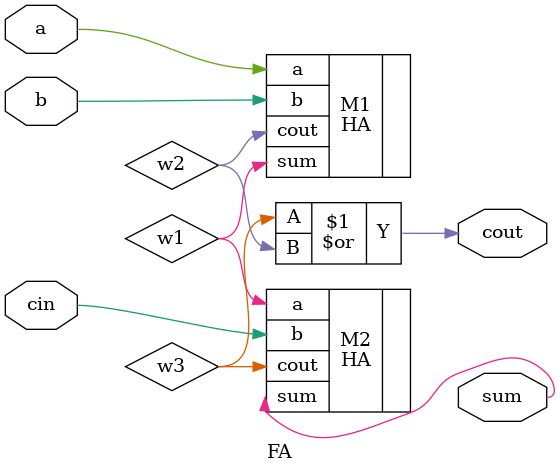
<source format=v>
module FA(a,b,sum,cin,cout);
input a,b,cin;
output cout,sum;

HA M1(.a(a),.b(b),.sum(w1),.cout(w2));
HA M2(.a(w1),.b(cin),.sum(sum),.cout(w3));
assign cout = w3 | w2;

endmodule
</source>
